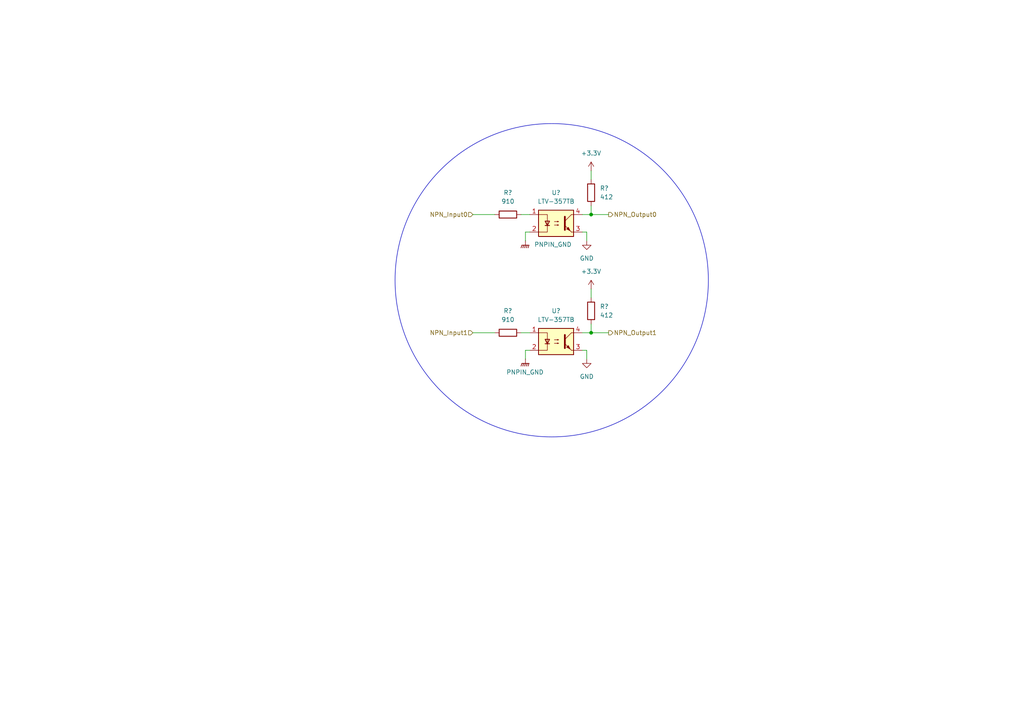
<source format=kicad_sch>
(kicad_sch (version 20250114) (generator "eeschema") (generator_version "9.0")
  (paper "A4")
  (lib_symbols
    (symbol "Device:R" (pin_numbers (hide yes)) (pin_names (offset 0))
      (property "Reference" "R" (at 2.032 0 90))
      (property "Value" "R" (at 0 0 90))
      (symbol "R_0_1"
        (rectangle (start -1.016 -2.54) (end 1.016 2.54) (stroke (width 0.254)))
      )
      (symbol "R_1_1"
        (pin passive line (at 0 3.81 270) (length 1.27) (name "~") (number "1"))
        (pin passive line (at 0 -3.81 90) (length 1.27) (name "~") (number "2"))
      )
    )
    (symbol "Isolator:LTV-357T" (pin_names (offset 1.016))
      (property "Reference" "U" (at -5.334 4.826 0))
      (property "Value" "LTV-357T" (at 0 5.08 0))
      (symbol "LTV-357T_0_1"
        (rectangle (start -5.08 3.81) (end 5.08 -3.81) (stroke (width 0.254)) (fill (type background)))
        (polyline (pts (xy -5.08 2.54) (xy -2.54 2.54) (xy -2.54 -0.762)))
        (polyline (pts (xy -3.175 -0.635) (xy -1.905 -0.635)) (stroke (width 0.254)))
        (polyline (pts (xy -2.54 -0.635) (xy -2.54 -2.54) (xy -5.08 -2.54)))
        (polyline (pts (xy -2.54 -0.635) (xy -3.175 0.635) (xy -1.905 0.635) (xy -2.54 -0.635)) (stroke (width 0.254)))
        (polyline (pts (xy -0.508 0.508) (xy 0.762 0.508) (xy 0.381 0.381) (xy 0.381 0.635) (xy 0.762 0.508)))
        (polyline (pts (xy -0.508 -0.508) (xy 0.762 -0.508) (xy 0.381 -0.635) (xy 0.381 -0.381) (xy 0.762 -0.508)))
        (polyline (pts (xy 2.54 1.905) (xy 2.54 -1.905) (xy 2.54 -1.905)) (stroke (width 0.508)))
        (polyline (pts (xy 2.54 0.635) (xy 4.445 2.54)))
        (polyline (pts (xy 3.048 -1.651) (xy 3.556 -1.143) (xy 4.064 -2.159) (xy 3.048 -1.651) (xy 3.048 -1.651)) (fill (type outline)))
        (polyline (pts (xy 4.445 2.54) (xy 5.08 2.54)))
        (polyline (pts (xy 4.445 -2.54) (xy 2.54 -0.635)) (fill (type outline)))
        (polyline (pts (xy 4.445 -2.54) (xy 5.08 -2.54)))
      )
      (symbol "LTV-357T_1_1"
        (pin passive line (at -7.62 2.54 0) (length 2.54) (name "~") (number "1"))
        (pin passive line (at -7.62 -2.54 0) (length 2.54) (name "~") (number "2"))
        (pin passive line (at 7.62 2.54 180) (length 2.54) (name "~") (number "4"))
        (pin passive line (at 7.62 -2.54 180) (length 2.54) (name "~") (number "3"))
      )
    )
    (symbol "power:+3.3V" (power) (pin_numbers (hide yes)) (pin_names (offset 0) (hide yes))
      (property "Value" "+3.3V" (at 0 3.556 0))
      (symbol "+3.3V_0_1"
        (polyline (pts (xy -0.762 1.27) (xy 0 2.54)))
        (polyline (pts (xy 0 2.54) (xy 0.762 1.27)))
        (polyline (pts (xy 0 0) (xy 0 2.54)))
      )
      (symbol "+3.3V_1_1"
        (pin power_in line (at 0 0 90) (length 0) (name "~") (number "1"))
      )
    )
    (symbol "power:GND" (power) (pin_numbers (hide yes)) (pin_names (offset 0) (hide yes))
      (property "Value" "GND" (at 0 -3.81 0))
      (symbol "GND_0_1"
        (polyline (pts (xy 0 0) (xy 0 -1.27) (xy 1.27 -1.27) (xy 0 -2.54) (xy -1.27 -1.27) (xy 0 -1.27)))
      )
      (symbol "GND_1_1"
        (pin power_in line (at 0 0 270) (length 0) (name "~") (number "1"))
      )
    )
    (symbol "power:GNDPWR" (power) (pin_numbers (hide yes)) (pin_names (offset 0) (hide yes))
      (property "Value" "GNDPWR" (at 0 -3.302 0))
      (symbol "GNDPWR_0_1"
        (polyline (pts (xy -1.016 -1.27) (xy -1.27 -2.032) (xy -1.27 -2.032)) (stroke (width 0.2032)))
        (polyline (pts (xy -0.508 -1.27) (xy -0.762 -2.032) (xy -0.762 -2.032)) (stroke (width 0.2032)))
        (polyline (pts (xy 0 -1.27) (xy 0 0)))
        (polyline (pts (xy 0 -1.27) (xy -0.254 -2.032) (xy -0.254 -2.032)) (stroke (width 0.2032)))
        (polyline (pts (xy 0.508 -1.27) (xy 0.254 -2.032) (xy 0.254 -2.032)) (stroke (width 0.2032)))
        (polyline (pts (xy 1.016 -1.27) (xy -1.016 -1.27) (xy -1.016 -1.27)) (stroke (width 0.2032)))
        (polyline (pts (xy 1.016 -1.27) (xy 0.762 -2.032) (xy 0.762 -2.032) (xy 0.762 -2.032)) (stroke (width 0.2032)))
      )
      (symbol "GNDPWR_1_1"
        (pin power_in line (at 0 0 270) (length 0) (name "~") (number "1"))
      )
    )
  )
  (circle (center 160.02 81.28) (radius 45.4369))
  (junction (at 171.45 62.23))
  (junction (at 171.45 96.52))
  (wire (pts (xy 168.91 62.23) (xy 171.45 62.23)))
  (wire (pts (xy 151.13 62.23) (xy 153.67 62.23)))
  (wire (pts (xy 168.91 101.6) (xy 170.18 101.6)))
  (wire (pts (xy 152.4 67.31) (xy 153.67 67.31)))
  (wire (pts (xy 168.91 96.52) (xy 171.45 96.52)))
  (wire (pts (xy 171.45 62.23) (xy 171.45 59.69)))
  (wire (pts (xy 171.45 96.52) (xy 171.45 93.98)))
  (wire (pts (xy 152.4 101.6) (xy 153.67 101.6)))
  (wire (pts (xy 137.16 96.52) (xy 143.51 96.52)))
  (wire (pts (xy 151.13 96.52) (xy 153.67 96.52)))
  (wire (pts (xy 152.4 69.85) (xy 152.4 67.31)))
  (wire (pts (xy 170.18 69.85) (xy 170.18 67.31)))
  (wire (pts (xy 171.45 62.23) (xy 176.53 62.23)))
  (wire (pts (xy 137.16 62.23) (xy 143.51 62.23)))
  (wire (pts (xy 168.91 67.31) (xy 170.18 67.31)))
  (wire (pts (xy 171.45 49.53) (xy 171.45 52.07)))
  (wire (pts (xy 171.45 83.82) (xy 171.45 86.36)))
  (wire (pts (xy 170.18 104.14) (xy 170.18 101.6)))
  (wire (pts (xy 152.4 104.14) (xy 152.4 101.6)))
  (wire (pts (xy 171.45 96.52) (xy 176.53 96.52)))
  (hierarchical_label "NPN_Input0" (shape input) (at 137.16 62.23 180))
  (hierarchical_label "NPN_Output0" (shape output) (at 176.53 62.23 0))
  (hierarchical_label "NPN_Output1" (shape output) (at 176.53 96.52 0))
  (hierarchical_label "NPN_Input1" (shape input) (at 137.16 96.52 180))
  (symbol (lib_id "Device:R") (at 147.32 96.52 90) (unit 1)
    (property "Reference" "R10" (at 147.32 90.17 90))
    (property "Value" "910" (at 147.32 92.71 90))
    (property "Footprint" "Resistor_SMD:R_0603_1608Metric" (effects (hide yes)))
    (property "Description" "Resistor" (effects (hide yes)))
    (property "LCSC#" "C114670" (effects (hide yes)))
    (instances (project "NIVARA" (path "" (reference "R?") (unit 1)) (path "" (reference "R10") (unit 1))) (project "NIVARA_ZorionX_BOARD" (path "" (reference "R?") (unit 1))))
  )
  (symbol (lib_id "Device:R") (at 171.45 55.88 180) (unit 1)
    (property "Reference" "R11" (at 173.99 54.6099 0) (effects (justify right)))
    (property "Value" "412" (at 173.99 57.1499 0) (effects (justify right)))
    (property "Footprint" "Resistor_SMD:R_0603_1608Metric" (effects (hide yes)))
    (property "Description" "Resistor" (effects (hide yes)))
    (instances (project "NIVARA" (path "" (reference "R?") (unit 1)) (path "" (reference "R11") (unit 1))) (project "NIVARA_ZorionX_BOARD" (path "" (reference "R?") (unit 1))))
  )
  (symbol (lib_id "power:GNDPWR") (at 152.4 69.85 0) (unit 1)
    (property "Reference" "#PWR031" (effects (hide yes)))
    (property "Value" "PNPIN_GND" (at 154.94 70.9167 0) (effects (justify left)))
    (property "Description" "Power symbol creates a global label with name \"GNDPWR\" , global ground" (effects (hide yes)))
    (instances (project "NIVARA" (path "" (reference "#PWR?") (unit 1)) (path "" (reference "#PWR031") (unit 1))) (project "NIVARA_ZorionX_BOARD" (path "" (reference "#PWR?") (unit 1))))
  )
  (symbol (lib_id "Isolator:LTV-357T") (at 161.29 99.06 0) (unit 1)
    (property "Reference" "U5" (at 161.29 90.17 0))
    (property "Value" "LTV-357TB" (at 161.29 92.71 0))
    (property "Footprint" "Package_SO:SO-4_4.4x3.6mm_P2.54mm" (effects (hide yes)))
    (property "Datasheet" "https://www.buerklin.com/medias/sys_master/download/download/h91/ha0/8892020588574.pdf" (effects (hide yes)))
    (property "Description" "DC Optocoupler, Vce 35V, CTR 50%, SO-4" (effects (hide yes)))
    (instances (project "NIVARA" (path "" (reference "U?") (unit 1)) (path "" (reference "U5") (unit 1))) (project "NIVARA_ZorionX_BOARD" (path "" (reference "U?") (unit 1))))
  )
  (symbol (lib_id "power:+3.3V") (at 171.45 49.53 0) (unit 1)
    (property "Reference" "#PWR035" (effects (hide yes)))
    (property "Value" "+3.3V" (at 171.45 44.45 0))
    (property "Description" "Power symbol creates a global label with name \"+3.3V\"" (effects (hide yes)))
    (instances (project "NIVARA" (path "" (reference "#PWR?") (unit 1)) (path "" (reference "#PWR035") (unit 1))) (project "NIVARA_ZorionX_BOARD" (path "" (reference "#PWR?") (unit 1))))
  )
  (symbol (lib_id "Isolator:LTV-357T") (at 161.29 64.77 0) (unit 1)
    (property "Reference" "U4" (at 161.29 55.88 0))
    (property "Value" "LTV-357TB" (at 161.29 58.42 0))
    (property "Footprint" "Package_SO:SO-4_4.4x3.6mm_P2.54mm" (effects (hide yes)))
    (property "Datasheet" "https://www.buerklin.com/medias/sys_master/download/download/h91/ha0/8892020588574.pdf" (effects (hide yes)))
    (property "Description" "DC Optocoupler, Vce 35V, CTR 50%, SO-4" (effects (hide yes)))
    (instances (project "NIVARA" (path "" (reference "U?") (unit 1)) (path "" (reference "U4") (unit 1))) (project "NIVARA_ZorionX_BOARD" (path "" (reference "U?") (unit 1))))
  )
  (symbol (lib_id "power:GND") (at 170.18 69.85 0) (unit 1)
    (property "Reference" "#PWR033" (effects (hide yes)))
    (property "Value" "GND" (at 170.18 74.93 0))
    (property "Description" "Power symbol creates a global label with name \"GND\" , ground" (effects (hide yes)))
    (instances (project "NIVARA" (path "" (reference "#PWR?") (unit 1)) (path "" (reference "#PWR033") (unit 1))) (project "NIVARA_ZorionX_BOARD" (path "" (reference "#PWR?") (unit 1))))
  )
  (symbol (lib_id "Device:R") (at 171.45 90.17 180) (unit 1)
    (property "Reference" "R12" (at 173.99 88.8999 0) (effects (justify right)))
    (property "Value" "412" (at 173.99 91.4399 0) (effects (justify right)))
    (property "Footprint" "Resistor_SMD:R_0603_1608Metric" (effects (hide yes)))
    (property "Description" "Resistor" (effects (hide yes)))
    (instances (project "NIVARA" (path "" (reference "R?") (unit 1)) (path "" (reference "R12") (unit 1))) (project "NIVARA_ZorionX_BOARD" (path "" (reference "R?") (unit 1))))
  )
  (symbol (lib_id "power:GNDPWR") (at 152.4 104.14 0) (unit 1)
    (property "Reference" "#PWR032" (effects (hide yes)))
    (property "Value" "PNPIN_GND" (at 152.273 107.95 0))
    (property "Description" "Power symbol creates a global label with name \"GNDPWR\" , global ground" (effects (hide yes)))
    (instances (project "NIVARA" (path "" (reference "#PWR?") (unit 1)) (path "" (reference "#PWR032") (unit 1))) (project "NIVARA_ZorionX_BOARD" (path "" (reference "#PWR?") (unit 1))))
  )
  (symbol (lib_id "power:+3.3V") (at 171.45 83.82 0) (unit 1)
    (property "Reference" "#PWR036" (effects (hide yes)))
    (property "Value" "+3.3V" (at 171.45 78.74 0))
    (property "Description" "Power symbol creates a global label with name \"+3.3V\"" (effects (hide yes)))
    (instances (project "NIVARA" (path "" (reference "#PWR?") (unit 1)) (path "" (reference "#PWR036") (unit 1))) (project "NIVARA_ZorionX_BOARD" (path "" (reference "#PWR?") (unit 1))))
  )
  (symbol (lib_id "power:GND") (at 170.18 104.14 0) (unit 1)
    (property "Reference" "#PWR034" (effects (hide yes)))
    (property "Value" "GND" (at 170.18 109.22 0))
    (property "Description" "Power symbol creates a global label with name \"GND\" , ground" (effects (hide yes)))
    (instances (project "NIVARA" (path "" (reference "#PWR?") (unit 1)) (path "" (reference "#PWR034") (unit 1))) (project "NIVARA_ZorionX_BOARD" (path "" (reference "#PWR?") (unit 1))))
  )
  (symbol (lib_id "Device:R") (at 147.32 62.23 90) (unit 1)
    (property "Reference" "R9" (at 147.32 55.88 90))
    (property "Value" "910" (at 147.32 58.42 90))
    (property "Footprint" "Resistor_SMD:R_0603_1608Metric" (effects (hide yes)))
    (property "Description" "Resistor" (effects (hide yes)))
    (property "LCSC#" "C114670" (effects (hide yes)))
    (instances (project "NIVARA" (path "" (reference "R?") (unit 1)) (path "" (reference "R9") (unit 1))) (project "NIVARA_ZorionX_BOARD" (path "" (reference "R?") (unit 1))))
  )
)
</source>
